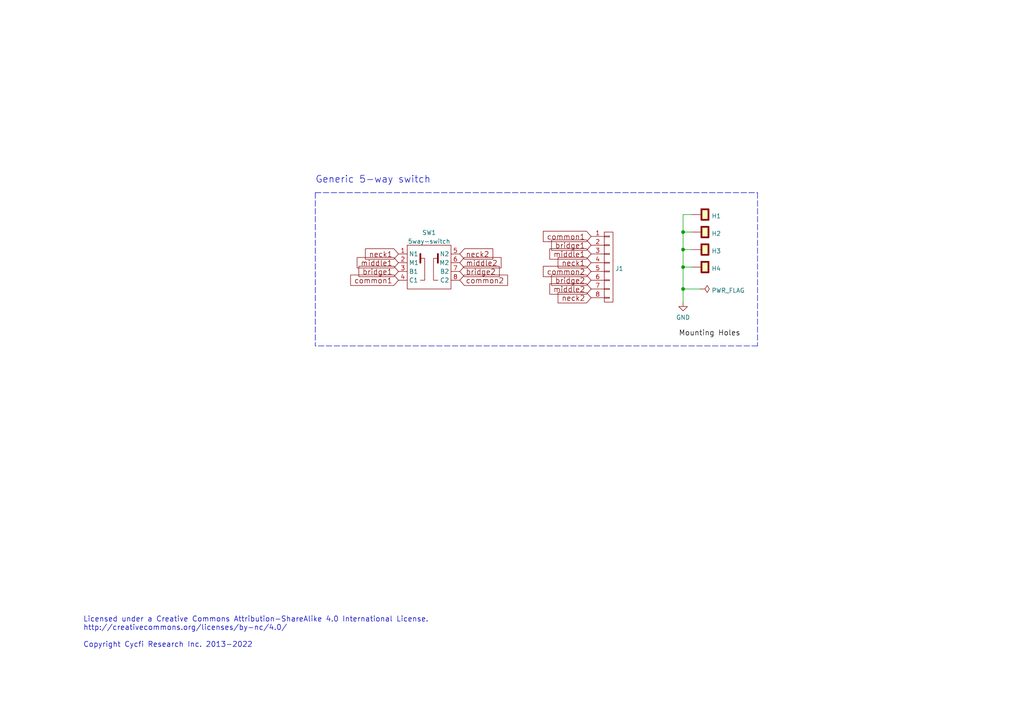
<source format=kicad_sch>
(kicad_sch (version 20211123) (generator eeschema)
  (paper "A4")
  (title_block (title "5-way Switch Board") (date "2022-02-24") (rev "v2.51") (company "Document Number: 2022001"))
  (lib_symbols
    (symbol "connect_library:5way-switch"
      (property "Reference" "SW" (at 0 -7.62 0))
      (property "Value" "5way-switch" (at 1.27 -10.16 0))
      (symbol "5way-switch_0_1"
        (rectangle (start -6.35 6.35) (end 6.35 -6.35) (stroke (width 0.1524)))
        (polyline (pts (xy -2.54 3.81) (xy -2.54 1.27)) (stroke (width 0.5)))
        (polyline (pts (xy 2.54 3.81) (xy 2.54 1.27)) (stroke (width 0.5)))
        (polyline (pts (xy -2.54 2.54) (xy -1.27 2.54) (xy -1.27 -3.81) (xy -2.54 -3.81)) (stroke (width 0.1524)))
        (polyline (pts (xy 2.54 2.54) (xy 1.27 2.54) (xy 1.27 -3.81) (xy 2.54 -3.81)) (stroke (width 0.1524)))
      )
      (symbol "5way-switch_1_1"
        (pin passive line (at -8.89 3.81 0) (length 2.54) (name "N1") (number "1"))
        (pin passive line (at -8.89 1.27 0) (length 2.54) (name "M1") (number "2"))
        (pin passive line (at -8.89 -1.27 0) (length 2.54) (name "B1") (number "3"))
        (pin passive line (at -8.89 -3.81 0) (length 2.54) (name "C1") (number "4"))
        (pin passive line (at 8.89 3.81 180) (length 2.54) (name "N2") (number "5"))
        (pin passive line (at 8.89 1.27 180) (length 2.54) (name "M2") (number "6"))
        (pin passive line (at 8.89 -1.27 180) (length 2.54) (name "B2") (number "7"))
        (pin passive line (at 8.89 -3.81 180) (length 2.54) (name "C2") (number "8"))
      )
    )
    (symbol "cycfi_library:conn_1x8" (pin_names (offset 1.016) hide)
      (property "Reference" "J" (at 0 19.05 0))
      (property "Value" "conn_1x8" (at 2.54 7.62 90))
      (symbol "conn_1x8_0_1"
        (rectangle (start -1.27 -1.143) (end 0.254 -1.397))
        (rectangle (start -1.27 1.397) (end 0.254 1.143))
        (rectangle (start -1.27 3.937) (end 0.254 3.683))
        (rectangle (start -1.27 6.477) (end 0.254 6.223))
        (rectangle (start -1.27 9.017) (end 0.254 8.763))
        (rectangle (start -1.27 11.557) (end 0.254 11.303))
        (rectangle (start -1.27 14.097) (end 0.254 13.843))
        (rectangle (start -1.27 16.637) (end 0.254 16.383))
        (rectangle (start -1.27 17.78) (end 1.27 -2.54))
      )
      (symbol "conn_1x8_1_1"
        (pin passive line (at -5.08 16.51 0) (length 3.81) (name "P1") (number "1"))
        (pin passive line (at -5.08 13.97 0) (length 3.81) (name "P2") (number "2"))
        (pin passive line (at -5.08 11.43 0) (length 3.81) (name "P3") (number "3"))
        (pin passive line (at -5.08 8.89 0) (length 3.81) (name "P4") (number "4"))
        (pin passive line (at -5.08 6.35 0) (length 3.81) (name "P5") (number "5"))
        (pin passive line (at -5.08 3.81 0) (length 3.81) (name "P6") (number "6"))
        (pin passive line (at -5.08 1.27 0) (length 3.81) (name "P7") (number "7"))
        (pin passive line (at -5.08 -1.27 0) (length 3.81) (name "P8") (number "8"))
      )
    )
    (symbol "cycfi_library:single_pad" (pin_numbers hide) (pin_names (offset 1.016) hide)
      (property "Reference" "H" (at 0 7.62 0))
      (symbol "single_pad_0_1"
        (rectangle (start -1.524 2.286) (end 1.524 0.254) (stroke (width 0.508)) (fill (type background)))
      )
      (symbol "single_pad_1_1"
        (pin input line (at 0 -2.54 90) (length 2.54) (name "1") (number "1"))
      )
    )
    (symbol "power:GND" (power) (pin_names (offset 0))
      (property "Value" "GND" (at 0 -3.81 0))
      (symbol "GND_0_1"
        (polyline (pts (xy 0 0) (xy 0 -1.27) (xy 1.27 -1.27) (xy 0 -2.54) (xy -1.27 -1.27) (xy 0 -1.27)))
      )
      (symbol "GND_1_1"
        (pin power_in line (at 0 0 270) (length 0) hide (name "GND") (number "1"))
      )
    )
    (symbol "power:PWR_FLAG" (power) (pin_numbers hide) (pin_names (offset 0) hide)
      (property "Value" "PWR_FLAG" (at 0 3.81 0))
      (symbol "PWR_FLAG_0_0"
        (pin power_out line (at 0 0 90) (length 0) (name "pwr") (number "1"))
      )
      (symbol "PWR_FLAG_0_1"
        (polyline (pts (xy 0 0) (xy 0 1.27) (xy -1.016 1.905) (xy 0 2.54) (xy 1.016 1.905) (xy 0 1.27)))
      )
    )
  )
  (junction (at 198.12 77.47))
  (junction (at 198.12 72.39))
  (junction (at 198.12 67.31))
  (junction (at 198.12 83.82))
  (wire (pts (xy 198.12 77.47) (xy 198.12 83.82)))
  (wire (pts (xy 198.12 83.82) (xy 203.2 83.82)))
  (wire (pts (xy 198.12 77.47) (xy 200.66 77.47)))
  (wire (pts (xy 198.12 67.31) (xy 200.66 67.31)))
  (wire (pts (xy 198.12 83.82) (xy 198.12 87.63)))
  (wire (pts (xy 198.12 72.39) (xy 198.12 77.47)))
  (polyline (pts (xy 91.44 55.88) (xy 91.44 100.33)))
  (polyline (pts (xy 219.71 100.33) (xy 91.44 100.33)))
  (polyline (pts (xy 219.71 55.88) (xy 219.71 100.33)))
  (wire (pts (xy 198.12 62.23) (xy 198.12 67.31)))
  (wire (pts (xy 200.66 62.23) (xy 198.12 62.23)))
  (polyline (pts (xy 91.44 55.88) (xy 219.71 55.88)))
  (wire (pts (xy 198.12 72.39) (xy 200.66 72.39)))
  (wire (pts (xy 198.12 67.31) (xy 198.12 72.39)))
  (text "Generic 5-way switch" (at 91.44 53.34 0) (effects (font (size 2 2)) (justify left bottom)))
  (text "Licensed under a Creative Commons Attribution-ShareAlike 4.0 International License. \nhttp://creativecommons.org/licenses/by-nc/4.0/\n\nCopyright Cycfi Research Inc. 2013-2022" (at 24.13 187.96 0) (effects (font (size 1.524 1.524)) (justify left bottom)))
  (label "Mounting Holes" (at 196.85 97.79 0) (effects (font (size 1.524 1.524))))
  (global_label "neck2" (shape input) (at 133.35 73.66 0) (effects (font (size 1.524 1.524))) (property "Intersheet References" "${INTERSHEET_REFS}" (effects hide)))
  (global_label "common2" (shape input) (at 133.35 81.28 0) (effects (font (size 1.524 1.524))) (property "Intersheet References" "${INTERSHEET_REFS}" (effects hide)))
  (global_label "neck1" (shape input) (at 115.57 73.66 180) (effects (font (size 1.524 1.524))) (property "Intersheet References" "${INTERSHEET_REFS}" (effects hide)))
  (global_label "middle2" (shape input) (at 133.35 76.2 0) (effects (font (size 1.524 1.524))) (property "Intersheet References" "${INTERSHEET_REFS}" (effects hide)))
  (global_label "neck2" (shape input) (at 171.45 86.36 180) (effects (font (size 1.524 1.524))) (property "Intersheet References" "${INTERSHEET_REFS}" (effects hide)))
  (global_label "common1" (shape input) (at 115.57 81.28 180) (effects (font (size 1.524 1.524))) (property "Intersheet References" "${INTERSHEET_REFS}" (effects hide)))
  (global_label "bridge1" (shape input) (at 171.45 71.12 180) (effects (font (size 1.524 1.524))) (property "Intersheet References" "${INTERSHEET_REFS}" (effects hide)))
  (global_label "middle1" (shape input) (at 115.57 76.2 180) (effects (font (size 1.524 1.524))) (property "Intersheet References" "${INTERSHEET_REFS}" (effects hide)))
  (global_label "bridge2" (shape input) (at 133.35 78.74 0) (effects (font (size 1.524 1.524))) (property "Intersheet References" "${INTERSHEET_REFS}" (effects hide)))
  (global_label "middle1" (shape input) (at 171.45 73.66 180) (effects (font (size 1.524 1.524))) (property "Intersheet References" "${INTERSHEET_REFS}" (effects hide)))
  (global_label "common1" (shape input) (at 171.45 68.58 180) (effects (font (size 1.524 1.524))) (property "Intersheet References" "${INTERSHEET_REFS}" (effects hide)))
  (global_label "bridge1" (shape input) (at 115.57 78.74 180) (effects (font (size 1.524 1.524))) (property "Intersheet References" "${INTERSHEET_REFS}" (effects hide)))
  (global_label "bridge2" (shape input) (at 171.45 81.28 180) (effects (font (size 1.524 1.524))) (property "Intersheet References" "${INTERSHEET_REFS}" (effects hide)))
  (global_label "common2" (shape input) (at 171.45 78.74 180) (effects (font (size 1.524 1.524))) (property "Intersheet References" "${INTERSHEET_REFS}" (effects hide)))
  (global_label "neck1" (shape input) (at 171.45 76.2 180) (effects (font (size 1.524 1.524))) (property "Intersheet References" "${INTERSHEET_REFS}" (effects hide)))
  (global_label "middle2" (shape input) (at 171.45 83.82 180) (effects (font (size 1.524 1.524))) (property "Intersheet References" "${INTERSHEET_REFS}" (effects hide)))
  (symbol (lib_id "power:PWR_FLAG") (at 203.2 83.82 270) (unit 1)
    (property "Reference" "#FLG01" (effects hide))
    (property "Value" "PWR_FLAG" (at 206.375 84.2538 90) (effects (justify left)))
  )
  (symbol (lib_id "cycfi_library:conn_1x8") (at 176.53 85.09 0) (unit 1)
    (property "Reference" "J1" (at 178.435 77.9038 0) (effects (justify left)))
    (property "Value" "CONN_01X8" (effects hide))
    (property "Footprint" "cycfi_library:pin_header_1x8p_2.54mm_smd_horizontal" (effects hide))
  )
  (symbol (lib_id "connect_library:5way-switch") (at 124.46 77.47 0) (unit 1)
    (property "Reference" "SW1" (at 124.46 67.471 0))
    (property "Value" "5way-switch" (at 124.46 70.0079 0))
    (property "Footprint" "connect_library:5way_switch" (effects hide))
  )
  (symbol (lib_id "cycfi_library:single_pad") (at 203.2 72.39 270) (unit 1)
    (property "Reference" "H3" (at 206.375 72.8238 90) (effects (justify left)))
    (property "Value" "single_pad" (effects hide))
    (property "Footprint" "cycfi_library:cond_hole_rect_1.2x3.5mm" (effects hide))
  )
  (symbol (lib_id "power:GND") (at 198.12 87.63 0) (unit 1)
    (property "Reference" "#PWR01" (effects hide))
    (property "Value" "GND" (at 198.12 92.0734 0))
  )
  (symbol (lib_id "cycfi_library:single_pad") (at 203.2 77.47 270) (unit 1)
    (property "Reference" "H4" (at 206.375 77.9038 90) (effects (justify left)))
    (property "Value" "single_pad" (effects hide))
    (property "Footprint" "cycfi_library:cond_hole_rect_1.2x3.5mm" (effects hide))
  )
  (symbol (lib_id "cycfi_library:single_pad") (at 203.2 62.23 270) (unit 1)
    (property "Reference" "H1" (at 206.375 62.6638 90) (effects (justify left)))
    (property "Value" "single_pad" (effects hide))
    (property "Footprint" "cycfi_library:cond_hole_rect_1.2x3.5mm" (effects hide))
  )
  (symbol (lib_id "cycfi_library:single_pad") (at 203.2 67.31 270) (unit 1)
    (property "Reference" "H2" (at 206.375 67.7438 90) (effects (justify left)))
    (property "Value" "single_pad" (effects hide))
    (property "Footprint" "cycfi_library:cond_hole_rect_1.2x3.5mm" (effects hide))
  )
)
</source>
